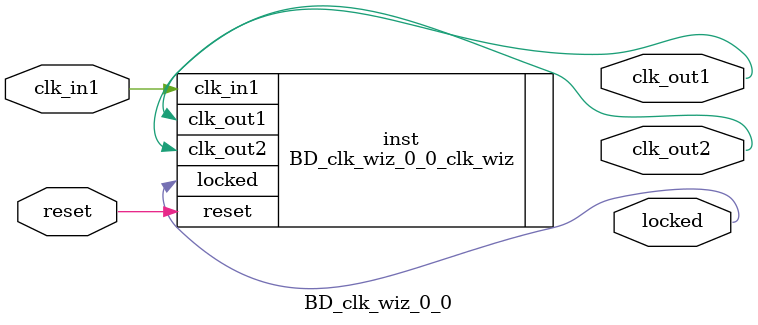
<source format=v>


`timescale 1ps/1ps

(* CORE_GENERATION_INFO = "BD_clk_wiz_0_0,clk_wiz_v6_0_6_0_0,{component_name=BD_clk_wiz_0_0,use_phase_alignment=true,use_min_o_jitter=false,use_max_i_jitter=false,use_dyn_phase_shift=false,use_inclk_switchover=false,use_dyn_reconfig=false,enable_axi=0,feedback_source=FDBK_AUTO,PRIMITIVE=MMCM,num_out_clk=2,clkin1_period=10.000,clkin2_period=10.000,use_power_down=false,use_reset=true,use_locked=true,use_inclk_stopped=false,feedback_type=SINGLE,CLOCK_MGR_TYPE=NA,manual_override=false}" *)

module BD_clk_wiz_0_0 
 (
  // Clock out ports
  output        clk_out1,
  output        clk_out2,
  // Status and control signals
  input         reset,
  output        locked,
 // Clock in ports
  input         clk_in1
 );

  BD_clk_wiz_0_0_clk_wiz inst
  (
  // Clock out ports  
  .clk_out1(clk_out1),
  .clk_out2(clk_out2),
  // Status and control signals               
  .reset(reset), 
  .locked(locked),
 // Clock in ports
  .clk_in1(clk_in1)
  );

endmodule

</source>
